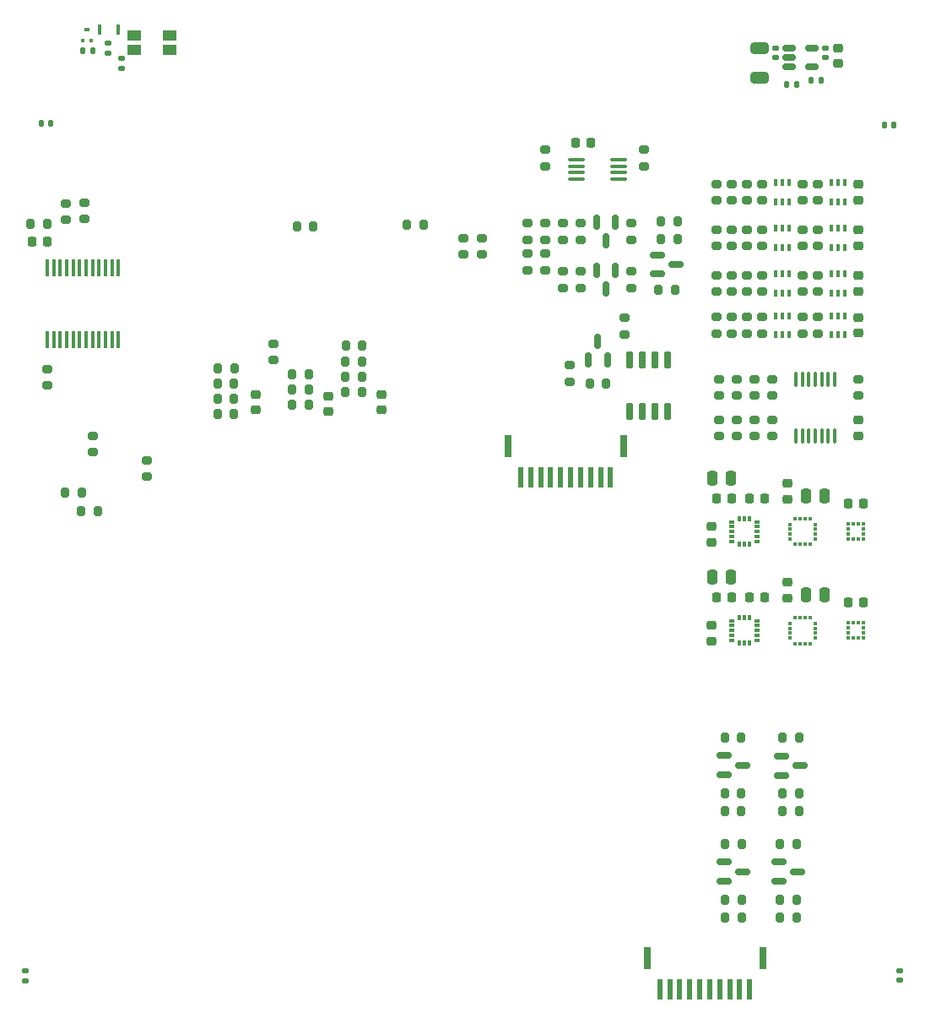
<source format=gtp>
G04 #@! TF.GenerationSoftware,KiCad,Pcbnew,(6.0.5)*
G04 #@! TF.CreationDate,2022-06-17T13:42:06-04:00*
G04 #@! TF.ProjectId,FP Interface Card,46502049-6e74-4657-9266-616365204361,rev?*
G04 #@! TF.SameCoordinates,Original*
G04 #@! TF.FileFunction,Paste,Top*
G04 #@! TF.FilePolarity,Positive*
%FSLAX46Y46*%
G04 Gerber Fmt 4.6, Leading zero omitted, Abs format (unit mm)*
G04 Created by KiCad (PCBNEW (6.0.5)) date 2022-06-17 13:42:06*
%MOMM*%
%LPD*%
G01*
G04 APERTURE LIST*
G04 Aperture macros list*
%AMRoundRect*
0 Rectangle with rounded corners*
0 $1 Rounding radius*
0 $2 $3 $4 $5 $6 $7 $8 $9 X,Y pos of 4 corners*
0 Add a 4 corners polygon primitive as box body*
4,1,4,$2,$3,$4,$5,$6,$7,$8,$9,$2,$3,0*
0 Add four circle primitives for the rounded corners*
1,1,$1+$1,$2,$3*
1,1,$1+$1,$4,$5*
1,1,$1+$1,$6,$7*
1,1,$1+$1,$8,$9*
0 Add four rect primitives between the rounded corners*
20,1,$1+$1,$2,$3,$4,$5,0*
20,1,$1+$1,$4,$5,$6,$7,0*
20,1,$1+$1,$6,$7,$8,$9,0*
20,1,$1+$1,$8,$9,$2,$3,0*%
G04 Aperture macros list end*
%ADD10R,0.370000X1.000000*%
%ADD11R,1.400000X1.050000*%
%ADD12RoundRect,0.140000X-0.140000X-0.170000X0.140000X-0.170000X0.140000X0.170000X-0.140000X0.170000X0*%
%ADD13RoundRect,0.140000X0.140000X0.170000X-0.140000X0.170000X-0.140000X-0.170000X0.140000X-0.170000X0*%
%ADD14RoundRect,0.140000X-0.170000X0.140000X-0.170000X-0.140000X0.170000X-0.140000X0.170000X0.140000X0*%
%ADD15RoundRect,0.225000X-0.250000X0.225000X-0.250000X-0.225000X0.250000X-0.225000X0.250000X0.225000X0*%
%ADD16RoundRect,0.250000X-0.650000X0.325000X-0.650000X-0.325000X0.650000X-0.325000X0.650000X0.325000X0*%
%ADD17R,0.400000X0.450000*%
%ADD18R,0.500000X0.450000*%
%ADD19RoundRect,0.135000X0.185000X-0.135000X0.185000X0.135000X-0.185000X0.135000X-0.185000X-0.135000X0*%
%ADD20RoundRect,0.135000X-0.135000X-0.185000X0.135000X-0.185000X0.135000X0.185000X-0.135000X0.185000X0*%
%ADD21RoundRect,0.150000X-0.512500X-0.150000X0.512500X-0.150000X0.512500X0.150000X-0.512500X0.150000X0*%
%ADD22RoundRect,0.200000X0.275000X-0.200000X0.275000X0.200000X-0.275000X0.200000X-0.275000X-0.200000X0*%
%ADD23RoundRect,0.100000X-0.712500X-0.100000X0.712500X-0.100000X0.712500X0.100000X-0.712500X0.100000X0*%
%ADD24RoundRect,0.200000X-0.200000X-0.275000X0.200000X-0.275000X0.200000X0.275000X-0.200000X0.275000X0*%
%ADD25R,0.300000X0.450000*%
%ADD26R,0.450000X0.300000*%
%ADD27RoundRect,0.225000X0.225000X0.250000X-0.225000X0.250000X-0.225000X-0.250000X0.225000X-0.250000X0*%
%ADD28RoundRect,0.225000X-0.225000X-0.250000X0.225000X-0.250000X0.225000X0.250000X-0.225000X0.250000X0*%
%ADD29R,0.350000X0.375000*%
%ADD30R,0.375000X0.350000*%
%ADD31RoundRect,0.250000X0.250000X0.475000X-0.250000X0.475000X-0.250000X-0.475000X0.250000X-0.475000X0*%
%ADD32RoundRect,0.250000X-0.250000X-0.475000X0.250000X-0.475000X0.250000X0.475000X-0.250000X0.475000X0*%
%ADD33RoundRect,0.200000X0.200000X0.275000X-0.200000X0.275000X-0.200000X-0.275000X0.200000X-0.275000X0*%
%ADD34RoundRect,0.200000X-0.275000X0.200000X-0.275000X-0.200000X0.275000X-0.200000X0.275000X0.200000X0*%
%ADD35RoundRect,0.150000X-0.150000X0.587500X-0.150000X-0.587500X0.150000X-0.587500X0.150000X0.587500X0*%
%ADD36R,0.400000X0.650000*%
%ADD37R,0.450000X1.750000*%
%ADD38RoundRect,0.225000X0.250000X-0.225000X0.250000X0.225000X-0.250000X0.225000X-0.250000X-0.225000X0*%
%ADD39RoundRect,0.150000X-0.587500X-0.150000X0.587500X-0.150000X0.587500X0.150000X-0.587500X0.150000X0*%
%ADD40RoundRect,0.150000X0.150000X-0.587500X0.150000X0.587500X-0.150000X0.587500X-0.150000X-0.587500X0*%
%ADD41RoundRect,0.100000X-0.100000X0.637500X-0.100000X-0.637500X0.100000X-0.637500X0.100000X0.637500X0*%
%ADD42RoundRect,0.014000X-0.231000X-0.161000X0.231000X-0.161000X0.231000X0.161000X-0.231000X0.161000X0*%
%ADD43RoundRect,0.014000X-0.161000X-0.231000X0.161000X-0.231000X0.161000X0.231000X-0.161000X0.231000X0*%
%ADD44R,0.600000X2.075000*%
%ADD45R,0.800000X2.325000*%
%ADD46RoundRect,0.150000X-0.150000X0.725000X-0.150000X-0.725000X0.150000X-0.725000X0.150000X0.725000X0*%
G04 APERTURE END LIST*
D10*
X48773778Y-64974280D03*
X50633778Y-64974280D03*
D11*
X52203770Y-65599167D03*
X55803770Y-65599167D03*
X52203770Y-67049167D03*
X55803770Y-67049167D03*
D12*
X42908500Y-74418000D03*
X43868500Y-74418000D03*
D13*
X128450500Y-74545000D03*
X127490500Y-74545000D03*
D14*
X129050000Y-159282000D03*
X129050000Y-160242000D03*
X41293000Y-159345500D03*
X41293000Y-160305500D03*
D15*
X122852400Y-66810400D03*
X122852400Y-68360400D03*
D14*
X121557000Y-66826000D03*
X121557000Y-67786000D03*
X116578600Y-66826000D03*
X116578600Y-67786000D03*
D16*
X114953000Y-66847000D03*
X114953000Y-69797000D03*
D17*
X47090600Y-66128400D03*
X47890600Y-66128400D03*
D18*
X47490600Y-64978400D03*
D19*
X50945000Y-68895500D03*
X50945000Y-67875500D03*
D20*
X47082200Y-67077400D03*
X48102200Y-67077400D03*
D19*
X49573400Y-67358800D03*
X49573400Y-66338800D03*
D20*
X117643400Y-70481000D03*
X118663400Y-70481000D03*
D21*
X117930300Y-66838600D03*
X117930300Y-67788600D03*
X117930300Y-68738600D03*
X120205300Y-68738600D03*
X120205300Y-66838600D03*
D20*
X120158000Y-70100000D03*
X121178000Y-70100000D03*
D22*
X91682000Y-89104000D03*
X91682000Y-87454000D03*
D23*
X96566500Y-78019000D03*
X96566500Y-78669000D03*
X96566500Y-79319000D03*
X96566500Y-79969000D03*
X100791500Y-79969000D03*
X100791500Y-79319000D03*
X100791500Y-78669000D03*
X100791500Y-78019000D03*
D22*
X119284000Y-91245000D03*
X119284000Y-89595000D03*
D24*
X60604400Y-100475800D03*
X62254400Y-100475800D03*
D25*
X118558000Y-126503000D03*
X119058000Y-126503000D03*
X119558000Y-126503000D03*
X120058000Y-126503000D03*
D26*
X120583000Y-125978000D03*
X120583000Y-125478000D03*
X120583000Y-124978000D03*
X120583000Y-124478000D03*
D25*
X120058000Y-123953000D03*
X119558000Y-123953000D03*
X119058000Y-123953000D03*
X118558000Y-123953000D03*
D26*
X118033000Y-124478000D03*
X118033000Y-124978000D03*
X118033000Y-125478000D03*
X118033000Y-125978000D03*
D27*
X43522600Y-86268200D03*
X41972600Y-86268200D03*
D28*
X113961000Y-112010000D03*
X115511000Y-112010000D03*
D29*
X123892000Y-116074500D03*
X124392000Y-116074500D03*
X124892000Y-116074500D03*
X125392000Y-116074500D03*
D30*
X125404500Y-115562000D03*
X125404500Y-115062000D03*
D29*
X125392000Y-114549500D03*
X124892000Y-114549500D03*
X124392000Y-114549500D03*
X123892000Y-114549500D03*
D30*
X123879500Y-115062000D03*
X123879500Y-115562000D03*
D22*
X119284000Y-86673000D03*
X119284000Y-85023000D03*
D31*
X112130000Y-109978000D03*
X110230000Y-109978000D03*
D32*
X119628000Y-111756000D03*
X121528000Y-111756000D03*
D24*
X104827000Y-91073000D03*
X106477000Y-91073000D03*
D33*
X118910611Y-143332402D03*
X117260611Y-143332402D03*
D24*
X117018611Y-146566402D03*
X118668611Y-146566402D03*
D33*
X113152611Y-152154402D03*
X111502611Y-152154402D03*
D15*
X77000000Y-101525000D03*
X77000000Y-103075000D03*
D33*
X118910611Y-141554402D03*
X117260611Y-141554402D03*
D34*
X47212200Y-82338400D03*
X47212200Y-83988400D03*
X110648000Y-85023000D03*
X110648000Y-86673000D03*
X48094200Y-105710400D03*
X48094200Y-107360400D03*
X112172000Y-80451000D03*
X112172000Y-82101000D03*
X53469800Y-108168600D03*
X53469800Y-109818600D03*
D22*
X66167000Y-98107000D03*
X66167000Y-96457000D03*
X113696000Y-82101000D03*
X113696000Y-80451000D03*
X87120800Y-87552600D03*
X87120800Y-85902600D03*
X120808000Y-91245000D03*
X120808000Y-89595000D03*
D35*
X100506000Y-84293500D03*
X98606000Y-84293500D03*
X99556000Y-86168500D03*
D34*
X85279200Y-85899400D03*
X85279200Y-87549400D03*
X112172000Y-89595000D03*
X112172000Y-91245000D03*
X112172000Y-93786000D03*
X112172000Y-95436000D03*
D29*
X123892000Y-125980500D03*
X124392000Y-125980500D03*
X124892000Y-125980500D03*
X125392000Y-125980500D03*
D30*
X125404500Y-125468000D03*
X125404500Y-124968000D03*
D29*
X125392000Y-124455500D03*
X124892000Y-124455500D03*
X124392000Y-124455500D03*
X123892000Y-124455500D03*
D30*
X123879500Y-124968000D03*
X123879500Y-125468000D03*
D34*
X102096000Y-84406000D03*
X102096000Y-86056000D03*
D24*
X41847000Y-84455000D03*
X43497000Y-84455000D03*
D34*
X110648000Y-93786000D03*
X110648000Y-95436000D03*
D22*
X119284000Y-95436000D03*
X119284000Y-93786000D03*
D36*
X123490000Y-80326000D03*
X122840000Y-80326000D03*
X122190000Y-80326000D03*
X122190000Y-82226000D03*
X122840000Y-82226000D03*
X123490000Y-82226000D03*
X123490000Y-84898000D03*
X122840000Y-84898000D03*
X122190000Y-84898000D03*
X122190000Y-86798000D03*
X122840000Y-86798000D03*
X123490000Y-86798000D03*
D37*
X43501200Y-96083400D03*
X44151200Y-96083400D03*
X44801200Y-96083400D03*
X45451200Y-96083400D03*
X46101200Y-96083400D03*
X46751200Y-96083400D03*
X47401200Y-96083400D03*
X48051200Y-96083400D03*
X48701200Y-96083400D03*
X49351200Y-96083400D03*
X50001200Y-96083400D03*
X50651200Y-96083400D03*
X50651200Y-88883400D03*
X50001200Y-88883400D03*
X49351200Y-88883400D03*
X48701200Y-88883400D03*
X48051200Y-88883400D03*
X47401200Y-88883400D03*
X46751200Y-88883400D03*
X46101200Y-88883400D03*
X45451200Y-88883400D03*
X44801200Y-88883400D03*
X44151200Y-88883400D03*
X43501200Y-88883400D03*
D22*
X119284000Y-82101000D03*
X119284000Y-80451000D03*
D33*
X113152611Y-153932402D03*
X111502611Y-153932402D03*
D38*
X117784000Y-112023000D03*
X117784000Y-110473000D03*
D24*
X45325600Y-111364200D03*
X46975600Y-111364200D03*
D22*
X113696000Y-91245000D03*
X113696000Y-89595000D03*
X95949000Y-100257000D03*
X95949000Y-98607000D03*
D28*
X96507000Y-76327000D03*
X98057000Y-76327000D03*
D39*
X117148111Y-137810402D03*
X117148111Y-139710402D03*
X119023111Y-138760402D03*
D40*
X97793000Y-98083500D03*
X99693000Y-98083500D03*
X98743000Y-96208500D03*
D39*
X111390111Y-148410402D03*
X111390111Y-150310402D03*
X113265111Y-149360402D03*
X104714500Y-87583000D03*
X104714500Y-89483000D03*
X106589500Y-88533000D03*
D34*
X93430000Y-84382000D03*
X93430000Y-86032000D03*
D24*
X117260611Y-135966402D03*
X118910611Y-135966402D03*
D38*
X124872000Y-91195000D03*
X124872000Y-89645000D03*
D33*
X118668611Y-152154402D03*
X117018611Y-152154402D03*
D34*
X114458000Y-104073000D03*
X114458000Y-105723000D03*
D38*
X124872000Y-86623000D03*
X124872000Y-85073000D03*
D24*
X111502611Y-146566402D03*
X113152611Y-146566402D03*
D22*
X97016000Y-86056000D03*
X97016000Y-84406000D03*
D41*
X122504000Y-100003500D03*
X121854000Y-100003500D03*
X121204000Y-100003500D03*
X120554000Y-100003500D03*
X119904000Y-100003500D03*
X119254000Y-100003500D03*
X118604000Y-100003500D03*
X118604000Y-105728500D03*
X119254000Y-105728500D03*
X119904000Y-105728500D03*
X120554000Y-105728500D03*
X121204000Y-105728500D03*
X121854000Y-105728500D03*
X122504000Y-105728500D03*
D24*
X68075000Y-99526000D03*
X69725000Y-99526000D03*
D22*
X120808000Y-86673000D03*
X120808000Y-85023000D03*
D38*
X124872000Y-95386000D03*
X124872000Y-93836000D03*
D35*
X100506000Y-89119500D03*
X98606000Y-89119500D03*
X99556000Y-90994500D03*
D15*
X71682000Y-101728000D03*
X71682000Y-103278000D03*
D38*
X117784000Y-121929000D03*
X117784000Y-120379000D03*
D22*
X124872000Y-101659000D03*
X124872000Y-100009000D03*
D24*
X73404400Y-101349800D03*
X75054400Y-101349800D03*
D36*
X123490000Y-89470000D03*
X122840000Y-89470000D03*
X122190000Y-89470000D03*
X122190000Y-91370000D03*
X122840000Y-91370000D03*
X123490000Y-91370000D03*
D34*
X93472000Y-77026000D03*
X93472000Y-78676000D03*
X112680000Y-104073000D03*
X112680000Y-105723000D03*
D38*
X110164000Y-126247000D03*
X110164000Y-124697000D03*
X124872000Y-105673000D03*
X124872000Y-104123000D03*
D34*
X110648000Y-89595000D03*
X110648000Y-91245000D03*
D27*
X112209000Y-121916000D03*
X110659000Y-121916000D03*
D33*
X106731000Y-85993000D03*
X105081000Y-85993000D03*
D34*
X101422000Y-93876000D03*
X101422000Y-95526000D03*
D22*
X113696000Y-95436000D03*
X113696000Y-93786000D03*
D24*
X68075000Y-101050000D03*
X69725000Y-101050000D03*
D34*
X115220000Y-85023000D03*
X115220000Y-86673000D03*
X116236000Y-104073000D03*
X116236000Y-105723000D03*
D27*
X125417000Y-112518000D03*
X123867000Y-112518000D03*
D34*
X45386200Y-82388400D03*
X45386200Y-84038400D03*
D42*
X112206000Y-124218000D03*
X112206000Y-124718000D03*
X112206000Y-125218000D03*
X112206000Y-125718000D03*
X112206000Y-126218000D03*
D43*
X112966000Y-126478000D03*
X113466000Y-126478000D03*
X113966000Y-126478000D03*
D42*
X114726000Y-126218000D03*
X114726000Y-125718000D03*
X114726000Y-125218000D03*
X114726000Y-124718000D03*
X114726000Y-124218000D03*
D43*
X113966000Y-123958000D03*
X113466000Y-123958000D03*
X112966000Y-123958000D03*
D33*
X106731000Y-84215000D03*
X105081000Y-84215000D03*
D25*
X118558000Y-116587000D03*
X119058000Y-116587000D03*
X119558000Y-116587000D03*
X120058000Y-116587000D03*
D26*
X120583000Y-116062000D03*
X120583000Y-115562000D03*
X120583000Y-115062000D03*
X120583000Y-114562000D03*
D25*
X120058000Y-114037000D03*
X119558000Y-114037000D03*
X119058000Y-114037000D03*
X118558000Y-114037000D03*
D26*
X118033000Y-114562000D03*
X118033000Y-115062000D03*
X118033000Y-115562000D03*
X118033000Y-116062000D03*
D34*
X112172000Y-85023000D03*
X112172000Y-86673000D03*
D22*
X112680000Y-101659000D03*
X112680000Y-100009000D03*
D34*
X115220000Y-93786000D03*
X115220000Y-95436000D03*
X110648000Y-80451000D03*
X110648000Y-82101000D03*
D38*
X124872000Y-82051000D03*
X124872000Y-80501000D03*
D44*
X104970000Y-161160502D03*
X105970000Y-161160502D03*
X106970000Y-161160502D03*
X107970000Y-161160502D03*
X108970000Y-161160502D03*
X109970000Y-161160502D03*
X110970000Y-161160502D03*
X111970000Y-161160502D03*
X112970000Y-161160502D03*
X113970000Y-161160502D03*
D45*
X103670000Y-158060502D03*
X115270000Y-158060502D03*
D22*
X43520200Y-100674400D03*
X43520200Y-99024400D03*
D28*
X113961000Y-121916000D03*
X115511000Y-121916000D03*
D31*
X112130000Y-119884000D03*
X110230000Y-119884000D03*
D27*
X125417000Y-122424000D03*
X123867000Y-122424000D03*
D33*
X113148611Y-141500402D03*
X111498611Y-141500402D03*
D24*
X73404400Y-99825800D03*
X75054400Y-99825800D03*
D34*
X110902000Y-104073000D03*
X110902000Y-105723000D03*
D24*
X60604400Y-101999800D03*
X62254400Y-101999800D03*
X73470000Y-96647000D03*
X75120000Y-96647000D03*
D42*
X112206000Y-114312000D03*
X112206000Y-114812000D03*
X112206000Y-115312000D03*
X112206000Y-115812000D03*
X112206000Y-116312000D03*
D43*
X112966000Y-116572000D03*
X113466000Y-116572000D03*
X113966000Y-116572000D03*
D42*
X114726000Y-116312000D03*
X114726000Y-115812000D03*
X114726000Y-115312000D03*
X114726000Y-114812000D03*
X114726000Y-114312000D03*
D43*
X113966000Y-114052000D03*
X113466000Y-114052000D03*
X112966000Y-114052000D03*
D39*
X116906111Y-148410402D03*
X116906111Y-150310402D03*
X118781111Y-149360402D03*
D24*
X79603600Y-84572200D03*
X81253600Y-84572200D03*
D22*
X110902000Y-101659000D03*
X110902000Y-100009000D03*
D44*
X91015000Y-109856500D03*
X92015000Y-109856500D03*
X93015000Y-109856500D03*
X94015000Y-109856500D03*
X95015000Y-109856500D03*
X96015000Y-109856500D03*
X97015000Y-109856500D03*
X98015000Y-109856500D03*
X99015000Y-109856500D03*
X100015000Y-109856500D03*
D45*
X89715000Y-106756500D03*
X101315000Y-106756500D03*
D33*
X70196400Y-84699800D03*
X68546400Y-84699800D03*
D22*
X120808000Y-82101000D03*
X120808000Y-80451000D03*
D39*
X111386111Y-137756402D03*
X111386111Y-139656402D03*
X113261111Y-138706402D03*
D24*
X68075000Y-102574000D03*
X69725000Y-102574000D03*
D46*
X105757000Y-98118000D03*
X104487000Y-98118000D03*
X103217000Y-98118000D03*
X101947000Y-98118000D03*
X101947000Y-103268000D03*
X103217000Y-103268000D03*
X104487000Y-103268000D03*
X105757000Y-103268000D03*
D34*
X91682000Y-84406000D03*
X91682000Y-86056000D03*
D22*
X120808000Y-95436000D03*
X120808000Y-93786000D03*
D36*
X117902000Y-80326000D03*
X117252000Y-80326000D03*
X116602000Y-80326000D03*
X116602000Y-82226000D03*
X117252000Y-82226000D03*
X117902000Y-82226000D03*
D22*
X95238000Y-86056000D03*
X95238000Y-84406000D03*
D33*
X113148611Y-143278402D03*
X111498611Y-143278402D03*
D36*
X117902000Y-84898000D03*
X117252000Y-84898000D03*
X116602000Y-84898000D03*
X116602000Y-86798000D03*
X117252000Y-86798000D03*
X117902000Y-86798000D03*
D33*
X118668611Y-153932402D03*
X117018611Y-153932402D03*
D34*
X102096000Y-89232000D03*
X102096000Y-90882000D03*
D38*
X110164000Y-116341000D03*
X110164000Y-114791000D03*
D22*
X95238000Y-90882000D03*
X95238000Y-89232000D03*
D24*
X111498611Y-135912402D03*
X113148611Y-135912402D03*
X60643000Y-98933000D03*
X62293000Y-98933000D03*
X73404400Y-98301800D03*
X75054400Y-98301800D03*
D22*
X93460000Y-89104000D03*
X93460000Y-87454000D03*
D34*
X115220000Y-89595000D03*
X115220000Y-91245000D03*
D15*
X64421000Y-101561000D03*
X64421000Y-103111000D03*
D36*
X123490000Y-93661000D03*
X122840000Y-93661000D03*
X122190000Y-93661000D03*
X122190000Y-95561000D03*
X122840000Y-95561000D03*
X123490000Y-95561000D03*
D32*
X119628000Y-121662000D03*
X121528000Y-121662000D03*
D36*
X117902000Y-89470000D03*
X117252000Y-89470000D03*
X116602000Y-89470000D03*
X116602000Y-91370000D03*
X117252000Y-91370000D03*
X117902000Y-91370000D03*
D24*
X60604400Y-103523800D03*
X62254400Y-103523800D03*
D22*
X113696000Y-86673000D03*
X113696000Y-85023000D03*
D27*
X112209000Y-112010000D03*
X110659000Y-112010000D03*
D36*
X117902000Y-93661000D03*
X117252000Y-93661000D03*
X116602000Y-93661000D03*
X116602000Y-95561000D03*
X117252000Y-95561000D03*
X117902000Y-95561000D03*
D34*
X103378000Y-77026000D03*
X103378000Y-78676000D03*
D22*
X116236000Y-101659000D03*
X116236000Y-100009000D03*
X97016000Y-90882000D03*
X97016000Y-89232000D03*
D34*
X115220000Y-80451000D03*
X115220000Y-82101000D03*
D24*
X97918000Y-100448000D03*
X99568000Y-100448000D03*
X46925600Y-113238200D03*
X48575600Y-113238200D03*
D22*
X114458000Y-101659000D03*
X114458000Y-100009000D03*
M02*

</source>
